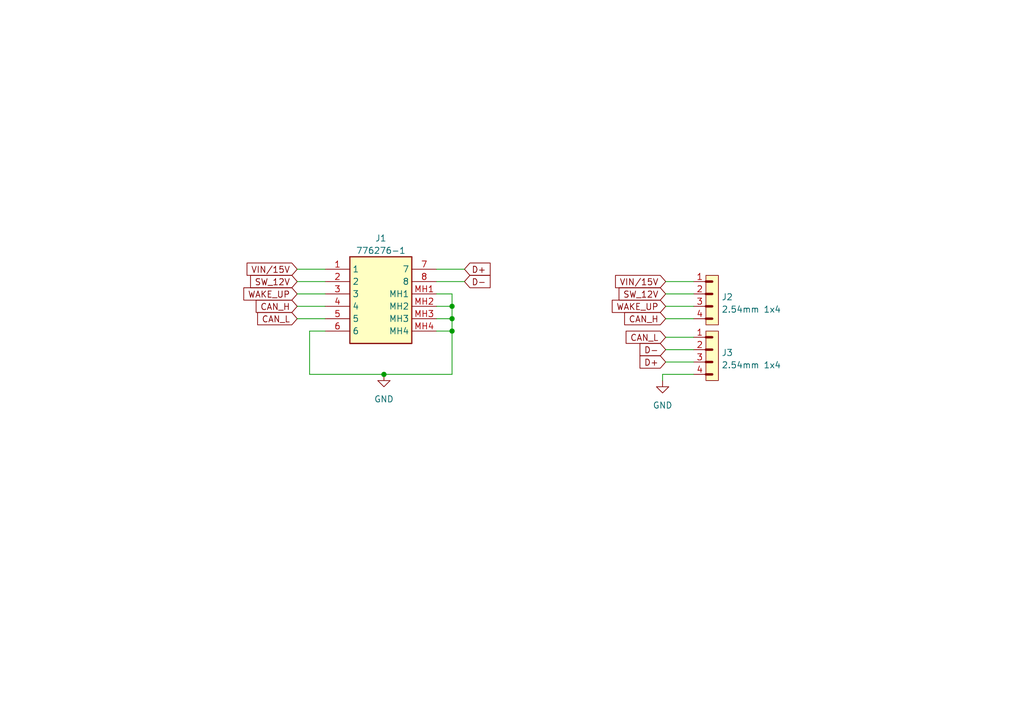
<source format=kicad_sch>
(kicad_sch (version 20230121) (generator eeschema)
  (paper "A5")
  (lib_symbols
    (symbol "776276-1:776276-1"
      (property "Reference" "J" (at 19.05 7.62 0))
      (property "Value" "776276-1" (at 19.05 5.08 0))
      (symbol "776276-1_1_1"
        (rectangle (start 5.08 2.54) (end 17.78 -15.24) (stroke (width 0.254)) (fill (type background)))
        (pin passive line (at 0 0 0) (length 5.08) (name "1") (number "1"))
        (pin passive line (at 0 -2.54 0) (length 5.08) (name "2") (number "2"))
        (pin passive line (at 0 -5.08 0) (length 5.08) (name "3") (number "3"))
        (pin passive line (at 0 -7.62 0) (length 5.08) (name "4") (number "4"))
        (pin passive line (at 0 -10.16 0) (length 5.08) (name "5") (number "5"))
        (pin passive line (at 0 -12.7 0) (length 5.08) (name "6") (number "6"))
        (pin passive line (at 22.86 0 180) (length 5.08) (name "7") (number "7"))
        (pin passive line (at 22.86 -2.54 180) (length 5.08) (name "8") (number "8"))
        (pin passive line (at 22.86 -5.08 180) (length 5.08) (name "MH1") (number "MH1"))
        (pin passive line (at 22.86 -7.62 180) (length 5.08) (name "MH2") (number "MH2"))
        (pin passive line (at 22.86 -10.16 180) (length 5.08) (name "MH3") (number "MH3"))
        (pin passive line (at 22.86 -12.7 180) (length 5.08) (name "MH4") (number "MH4"))
      )
    )
    (symbol "PCM_SL_Pin_Headers:PINHD_1x4_Male"
      (property "Reference" "J" (at 0 8.89 0))
      (property "Value" "PINHD_1x4_Male" (at 0 6.35 0))
      (symbol "PINHD_1x4_Male_0_1"
        (rectangle (start -1.27 5.08) (end 1.27 -5.08) (fill (type background)))
        (polyline (pts (xy -1.27 -3.81) (xy 0 -3.81)) (stroke (width 0.3)))
        (polyline (pts (xy -1.27 -3.81) (xy 0 -3.81)) (stroke (width 0.5)))
        (polyline (pts (xy -1.27 -1.27) (xy 0 -1.27)) (stroke (width 0.3)))
        (polyline (pts (xy -1.27 -1.27) (xy 0 -1.27)) (stroke (width 0.5)))
        (polyline (pts (xy -1.27 1.27) (xy 0 1.27)) (stroke (width 0.3)))
        (polyline (pts (xy -1.27 1.27) (xy 0 1.27)) (stroke (width 0.5)))
        (polyline (pts (xy -1.27 3.81) (xy 0 3.81)) (stroke (width 0.3)))
        (polyline (pts (xy -1.27 3.81) (xy 0 3.81)) (stroke (width 0.5)))
      )
      (symbol "PINHD_1x4_Male_1_1"
        (pin passive line (at -3.81 3.81 0) (length 2.54) (name "") (number "1"))
        (pin passive line (at -3.81 1.27 0) (length 2.54) (name "") (number "2"))
        (pin passive line (at -3.81 -1.27 0) (length 2.54) (name "") (number "3"))
        (pin passive line (at -3.81 -3.81 0) (length 2.54) (name "") (number "4"))
      )
    )
    (symbol "power:GND" (power) (pin_names (offset 0))
      (property "Value" "GND" (at 0 -3.81 0))
      (symbol "GND_0_1"
        (polyline (pts (xy 0 0) (xy 0 -1.27) (xy 1.27 -1.27) (xy 0 -2.54) (xy -1.27 -1.27) (xy 0 -1.27)))
      )
      (symbol "GND_1_1"
        (pin power_in line (at 0 0 270) (length 0) hide (name "GND") (number "1"))
      )
    )
  )
  (junction (at 78.74 76.835))
  (junction (at 92.71 62.865))
  (junction (at 92.71 67.945))
  (junction (at 92.71 65.405))
  (wire (pts (xy 136.525 62.865) (xy 142.24 62.865)))
  (wire (pts (xy 92.71 65.405) (xy 92.71 67.945)))
  (wire (pts (xy 89.535 60.325) (xy 92.71 60.325)))
  (wire (pts (xy 136.525 60.325) (xy 142.24 60.325)))
  (wire (pts (xy 60.96 57.785) (xy 66.675 57.785)))
  (wire (pts (xy 60.96 65.405) (xy 66.675 65.405)))
  (wire (pts (xy 78.74 76.835) (xy 92.71 76.835)))
  (wire (pts (xy 63.5 76.835) (xy 78.74 76.835)))
  (wire (pts (xy 92.71 62.865) (xy 92.71 65.405)))
  (wire (pts (xy 136.525 65.405) (xy 142.24 65.405)))
  (wire (pts (xy 89.535 62.865) (xy 92.71 62.865)))
  (wire (pts (xy 60.96 62.865) (xy 66.675 62.865)))
  (wire (pts (xy 63.5 67.945) (xy 63.5 76.835)))
  (wire (pts (xy 142.24 76.835) (xy 135.89 76.835)))
  (wire (pts (xy 89.535 55.245) (xy 95.25 55.245)))
  (wire (pts (xy 60.96 55.245) (xy 66.675 55.245)))
  (wire (pts (xy 60.96 60.325) (xy 66.675 60.325)))
  (wire (pts (xy 136.525 57.785) (xy 142.24 57.785)))
  (wire (pts (xy 135.89 76.835) (xy 135.89 78.105)))
  (wire (pts (xy 89.535 57.785) (xy 95.25 57.785)))
  (wire (pts (xy 92.71 67.945) (xy 92.71 76.835)))
  (wire (pts (xy 89.535 67.945) (xy 92.71 67.945)))
  (wire (pts (xy 142.24 74.295) (xy 136.525 74.295)))
  (wire (pts (xy 92.71 60.325) (xy 92.71 62.865)))
  (wire (pts (xy 136.525 71.755) (xy 142.24 71.755)))
  (wire (pts (xy 66.675 67.945) (xy 63.5 67.945)))
  (wire (pts (xy 136.525 69.215) (xy 142.24 69.215)))
  (wire (pts (xy 89.535 65.405) (xy 92.71 65.405)))
  (global_label "CAN_H" (shape input) (at 60.96 62.865 180) (property "Intersheetrefs" "${INTERSHEET_REFS}" (effects hide)))
  (global_label "CAN_L" (shape input) (at 60.96 65.405 180) (property "Intersheetrefs" "${INTERSHEET_REFS}" (effects hide)))
  (global_label "D+" (shape input) (at 95.25 55.245 0) (property "Intersheetrefs" "${INTERSHEET_REFS}" (effects hide)))
  (global_label "WAKE_UP" (shape input) (at 60.96 60.325 180) (property "Intersheetrefs" "${INTERSHEET_REFS}" (effects hide)))
  (global_label "CAN_L" (shape input) (at 136.525 69.215 180) (property "Intersheetrefs" "${INTERSHEET_REFS}" (effects hide)))
  (global_label "D-" (shape input) (at 95.25 57.785 0) (property "Intersheetrefs" "${INTERSHEET_REFS}" (effects hide)))
  (global_label "CAN_H" (shape input) (at 136.525 65.405 180) (property "Intersheetrefs" "${INTERSHEET_REFS}" (effects hide)))
  (global_label "VIN{slash}15V" (shape input) (at 60.96 55.245 180) (property "Intersheetrefs" "${INTERSHEET_REFS}" (effects hide)))
  (global_label "SW_12V" (shape input) (at 136.525 60.325 180) (property "Intersheetrefs" "${INTERSHEET_REFS}" (effects hide)))
  (global_label "D-" (shape input) (at 136.525 71.755 180) (property "Intersheetrefs" "${INTERSHEET_REFS}" (effects hide)))
  (global_label "D+" (shape input) (at 136.525 74.295 180) (property "Intersheetrefs" "${INTERSHEET_REFS}" (effects hide)))
  (global_label "VIN{slash}15V" (shape input) (at 136.525 57.785 180) (property "Intersheetrefs" "${INTERSHEET_REFS}" (effects hide)))
  (global_label "SW_12V" (shape input) (at 60.96 57.785 180) (property "Intersheetrefs" "${INTERSHEET_REFS}" (effects hide)))
  (global_label "WAKE_UP" (shape input) (at 136.525 62.865 180) (property "Intersheetrefs" "${INTERSHEET_REFS}" (effects hide)))
  (symbol (lib_id "power:GND") (at 78.74 76.835 0) (unit 1)
    (property "Reference" "#PWR01" (effects hide))
    (property "Value" "GND" (at 78.74 81.915 0))
  )
  (symbol (lib_id "776276-1:776276-1") (at 66.675 55.245 0) (unit 1)
    (property "Reference" "J1" (at 78.105 48.895 0))
    (property "Value" "776276-1" (at 78.105 51.435 0))
    (property "Footprint" "776276-1:7762761" (effects hide))
    (property "Datasheet" "https://www.te.com/commerce/DocumentDelivery/DDEController?Action=srchrtrv&DocNm=1-1773979-2&DocType=Data+Sheet&DocLang=English&PartCntxt=776276-1&DocFormat=pdf" (effects hide))
    (property "Height" "34.5" (effects hide))
    (property "Mouser Part Number" "571-776276-1" (effects hide))
    (property "Mouser Price/Stock" "https://www.mouser.co.uk/ProductDetail/TE-Connectivity/776276-1?qs=tLAa1RwIH6dOXUCPhsBe4Q%3D%3D" (effects hide))
    (property "Manufacturer_Name" "TE Connectivity" (effects hide))
    (property "Manufacturer_Part_Number" "776276-1" (effects hide))
  )
  (symbol (lib_id "power:GND") (at 135.89 78.105 0) (unit 1)
    (property "Reference" "#PWR02" (effects hide))
    (property "Value" "GND" (at 135.89 83.185 0))
  )
  (symbol (lib_id "PCM_SL_Pin_Headers:PINHD_1x4_Male") (at 146.05 73.025 0) (unit 1)
    (property "Reference" "J3" (at 147.955 72.39 0) (effects (justify left)))
    (property "Value" "2.54mm 1x4" (at 147.955 74.93 0) (effects (justify left)))
    (property "Footprint" "Connector_PinHeader_2.54mm:PinHeader_1x04_P2.54mm_Vertical" (effects hide))
  )
  (symbol (lib_id "PCM_SL_Pin_Headers:PINHD_1x4_Male") (at 146.05 61.595 0) (unit 1)
    (property "Reference" "J2" (at 147.955 60.96 0) (effects (justify left)))
    (property "Value" "2.54mm 1x4" (at 147.955 63.5 0) (effects (justify left)))
    (property "Footprint" "Connector_PinHeader_2.54mm:PinHeader_1x04_P2.54mm_Vertical" (effects hide))
  )
)
</source>
